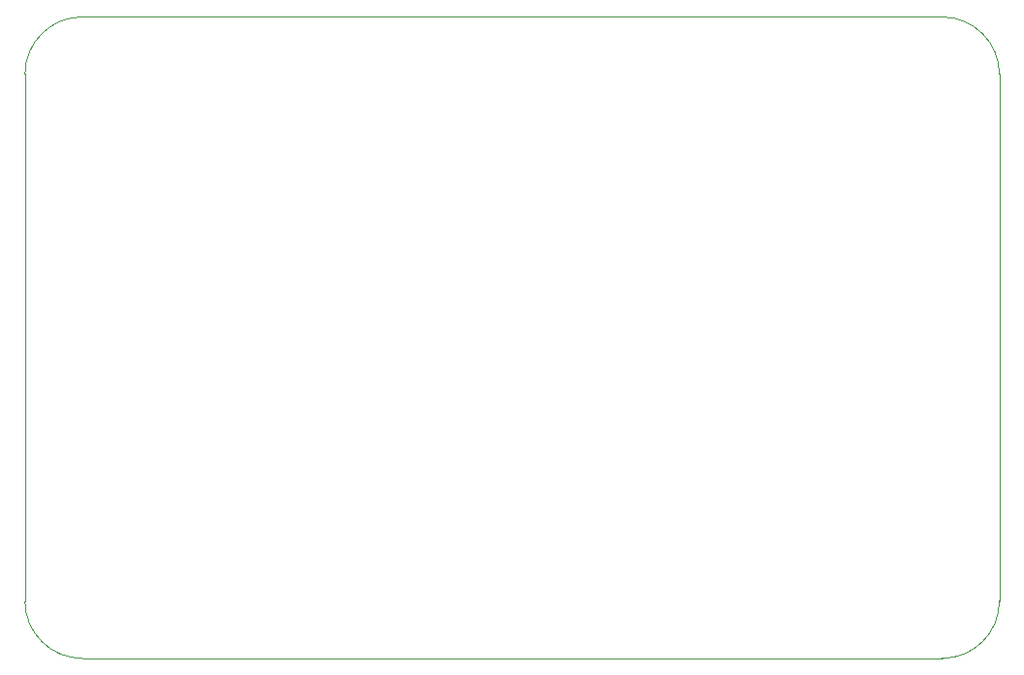
<source format=gbr>
%TF.GenerationSoftware,KiCad,Pcbnew,7.0.7*%
%TF.CreationDate,2024-01-15T18:38:01+01:00*%
%TF.ProjectId,MarshallGuvnor,4d617273-6861-46c6-9c47-75766e6f722e,rev?*%
%TF.SameCoordinates,Original*%
%TF.FileFunction,Profile,NP*%
%FSLAX46Y46*%
G04 Gerber Fmt 4.6, Leading zero omitted, Abs format (unit mm)*
G04 Created by KiCad (PCBNEW 7.0.7) date 2024-01-15 18:38:01*
%MOMM*%
%LPD*%
G01*
G04 APERTURE LIST*
%TA.AperFunction,Profile*%
%ADD10C,0.100000*%
%TD*%
G04 APERTURE END LIST*
D10*
X105000000Y-156000000D02*
X180000000Y-156000000D01*
X185000000Y-151000000D02*
X185000000Y-105000000D01*
X180000000Y-156000000D02*
G75*
G03*
X185000000Y-151000000I0J5000000D01*
G01*
X185000000Y-105000000D02*
G75*
G03*
X180000000Y-100000000I-5000000J0D01*
G01*
X100000000Y-151000000D02*
G75*
G03*
X105000000Y-156000000I5000000J0D01*
G01*
X100000000Y-105000000D02*
X100000000Y-151000000D01*
X105000000Y-100000000D02*
G75*
G03*
X100000000Y-105000000I0J-5000000D01*
G01*
X180000000Y-100000000D02*
X105000000Y-100000000D01*
M02*

</source>
